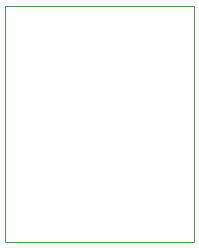
<source format=gm1>
%TF.GenerationSoftware,KiCad,Pcbnew,9.0.0*%
%TF.CreationDate,2025-02-27T18:52:30+00:00*%
%TF.ProjectId,vm_rgb_led_0.1,766d5f72-6762-45f6-9c65-645f302e312e,v0.1*%
%TF.SameCoordinates,PX52f83c0PY47868c0*%
%TF.FileFunction,Profile,NP*%
%FSLAX46Y46*%
G04 Gerber Fmt 4.6, Leading zero omitted, Abs format (unit mm)*
G04 Created by KiCad (PCBNEW 9.0.0) date 2025-02-27 18:52:30*
%MOMM*%
%LPD*%
G01*
G04 APERTURE LIST*
%TA.AperFunction,Profile*%
%ADD10C,0.050000*%
%TD*%
G04 APERTURE END LIST*
D10*
X-8000000Y10000000D02*
X8000000Y10000000D01*
X8000000Y-10000000D01*
X-8000000Y-10000000D01*
X-8000000Y10000000D01*
M02*

</source>
